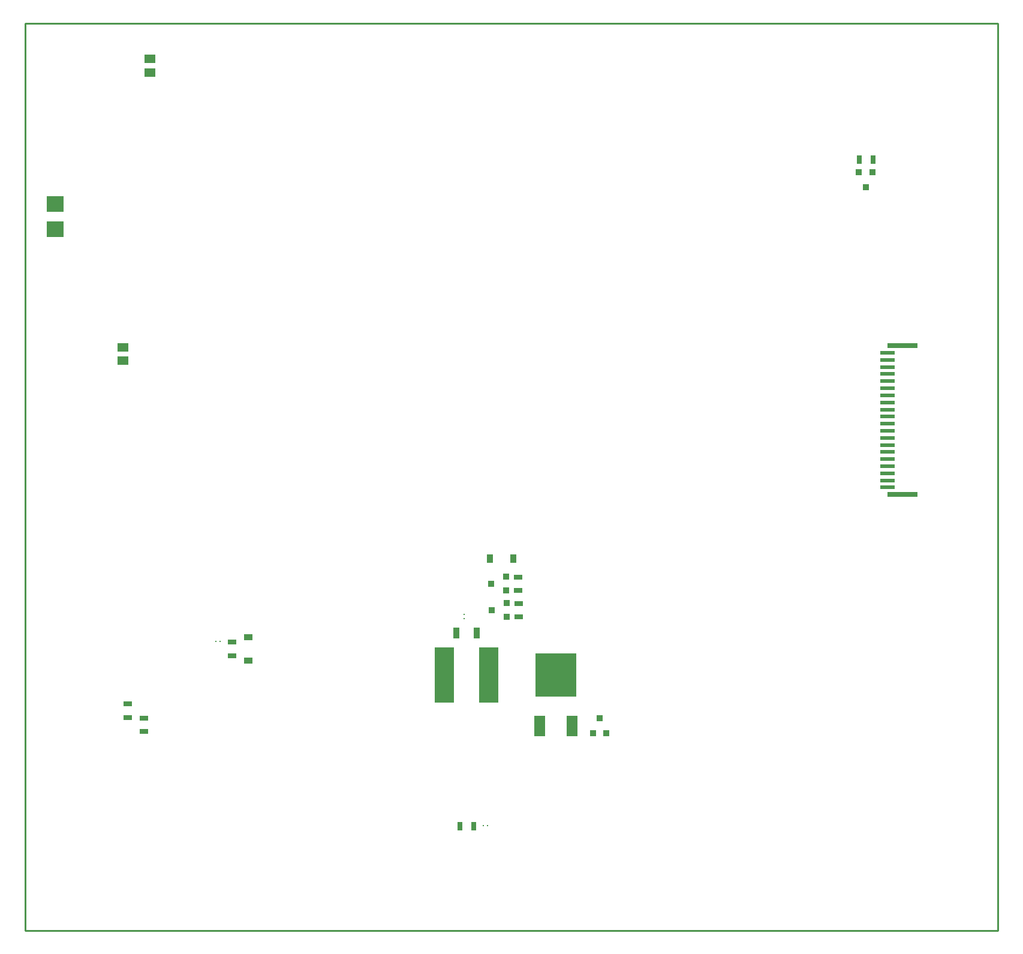
<source format=gtp>
G04*
G04 #@! TF.GenerationSoftware,Altium Limited,CircuitStudio,1.5.2 (30)*
G04*
G04 Layer_Color=7318015*
%FSLAX44Y44*%
%MOMM*%
G71*
G01*
G75*
%ADD10R,0.2540X0.2540*%
%ADD11R,0.9100X1.2200*%
%ADD12R,5.8000X6.2000*%
%ADD13R,1.6000X3.0000*%
%ADD14R,2.7500X7.8200*%
%ADD15R,0.9000X1.6000*%
%ADD16R,0.7000X1.3000*%
%ADD17R,0.8128X0.9144*%
%ADD18R,2.0000X0.6000*%
%ADD19R,4.2000X0.7000*%
%ADD20R,1.6000X1.3000*%
%ADD21R,1.2200X0.9100*%
%ADD22R,1.3000X0.7000*%
%ADD23R,2.4000X2.1600*%
%ADD24R,0.2540X0.2540*%
%ADD25R,0.9144X0.8128*%
%ADD29C,0.2500*%
D10*
X1871000Y1828500D02*
D03*
X1877000D02*
D03*
X2248000Y1568500D02*
D03*
X2254000D02*
D03*
D11*
X2290350Y1946000D02*
D03*
X2257650D02*
D03*
D12*
X2350493Y1781490D02*
D03*
D13*
X2373393Y1709490D02*
D03*
X2327593D02*
D03*
D14*
X2255800Y1781500D02*
D03*
X2193200D02*
D03*
D15*
X2239000Y1841000D02*
D03*
X2210000D02*
D03*
D16*
X2798493Y2508997D02*
D03*
X2779493D02*
D03*
X2215500Y1568250D02*
D03*
X2234500D02*
D03*
D17*
X2797576Y2490588D02*
D03*
X2778424D02*
D03*
X2788076Y2469412D02*
D03*
X2412516Y1720078D02*
D03*
X2422168Y1698902D02*
D03*
X2403017D02*
D03*
D18*
X2819000Y2046000D02*
D03*
Y2056000D02*
D03*
Y2066000D02*
D03*
Y2076000D02*
D03*
Y2086000D02*
D03*
Y2096000D02*
D03*
Y2106000D02*
D03*
Y2116000D02*
D03*
Y2126000D02*
D03*
Y2136000D02*
D03*
Y2146000D02*
D03*
Y2156000D02*
D03*
Y2166000D02*
D03*
Y2176000D02*
D03*
Y2186000D02*
D03*
Y2196000D02*
D03*
Y2206000D02*
D03*
Y2216000D02*
D03*
Y2226000D02*
D03*
Y2236000D02*
D03*
D19*
X2840000Y2246000D02*
D03*
Y2036000D02*
D03*
D20*
X1739750Y2244000D02*
D03*
Y2225000D02*
D03*
X1777500Y2631500D02*
D03*
Y2650500D02*
D03*
D21*
X1916000Y1801650D02*
D03*
Y1834350D02*
D03*
D22*
X1769000Y1720500D02*
D03*
Y1701500D02*
D03*
X1746500Y1740500D02*
D03*
Y1721500D02*
D03*
X1893500Y1827750D02*
D03*
Y1808750D02*
D03*
X2297000Y1919500D02*
D03*
Y1900500D02*
D03*
X2298024Y1863528D02*
D03*
Y1882528D02*
D03*
D23*
X1644000Y2446000D02*
D03*
Y2410500D02*
D03*
D24*
X2221250Y1860750D02*
D03*
Y1866750D02*
D03*
D25*
X2258912Y1910424D02*
D03*
X2280088Y1920076D02*
D03*
Y1900924D02*
D03*
X2259936Y1872952D02*
D03*
X2281112Y1882604D02*
D03*
Y1863452D02*
D03*
D29*
X1601500Y1421000D02*
X2974500Y1421000D01*
Y2701000D01*
X1601500D02*
X2974500D01*
X1601500Y1421000D02*
Y2701000D01*
M02*

</source>
